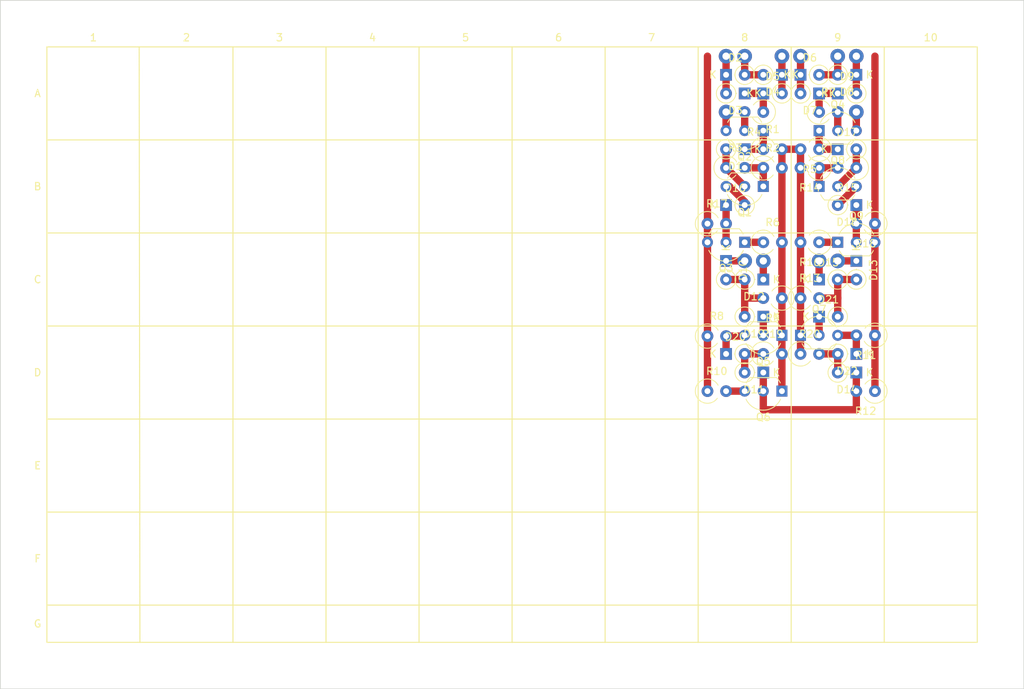
<source format=kicad_pcb>
(kicad_pcb (version 20211014) (generator pcbnew)
  (layers (0 "F.Cu" signal) (31 "B.Cu" signal) (34 "B.Paste" user) (35 "F.Paste" user) (36 "B.SilkS" user "B.Silkscreen") (37 "F.SilkS" user "F.Silkscreen") (38 "B.Mask" user) (39 "F.Mask" user) (44 "Edge.Cuts" user))
  (net 0 "")
  (net 1 "A")
  (net 2 "Net-(D2-Pad2)")
  (net 3 "Net-(D3-Pad1)")
  (net 4 "B")
  (net 5 "Net-(Q1-Pad1)")
  (net 6 "Net-(D6-Pad2)")
  (net 7 "Net-(D7-Pad1)")
  (net 8 "C")
  (net 9 "Net-(D10-Pad2)")
  (net 10 "Net-(D11-Pad1)")
  (net 11 "Net-(D11-Pad2)")
  (net 12 "Net-(D13-Pad2)")
  (net 13 "Net-(D14-Pad2)")
  (net 14 "Net-(D1-Pad1)")
  (net 15 "GND")
  (net 16 "Net-(Q2-Pad2)")
  (net 17 "S")
  (net 18 "Net-(D1-Pad2)")
  (net 19 "Net-(Q4-Pad2)")
  (net 20 "+5V")
  (net 21 "Carry")
  (net 22 "Net-(D13-Pad1)")
  (net 23 "Net-(D16-Pad1)")
  (net 24 "Net-(D16-Pad2)")
  (net 25 "Net-(D17-Pad1)")
  (net 26 "Net-(D17-Pad2)")
  (net 27 "Net-(D18-Pad1)")
  (net 28 "Net-(D18-Pad2)")
  (net 29 "Net-(Q8-Pad1)")
  (net 30 "Net-(Q5-Pad2)")
  (net 31 "Net-(Q5-Pad3)")
  (net 32 "Net-(Q7-Pad2)")
  (net 33 "Net-(Q7-Pad3)")
  (footprint "Package_TO_SOT_THT:TO-92_Inline_Wide" (layer "F.Cu") (at 116.84 22.86)
    (fp_text reference "Q4" (at 2.54 -3.56) (layer "F.SilkS"))
    (fp_text value "Q_NPN_CBE")
    (fp_line (start 0.74 1.85) (end 4.34 1.85) (layer "F.SilkS") (width 0.12))
    (fp_arc (start 0.74 1.85) (mid 0.446097 1.509328) (end 0.215816 1.122795) (layer "F.SilkS") (width 0.12))
    (fp_arc (start 4.864184 1.122795) (mid 4.633903 1.509328) (end 4.34 1.85) (layer "F.SilkS") (width 0.12))
    (fp_arc (start 0.1836 -1.098807) (mid 1.143021 -2.192817) (end 2.54 -2.6) (layer "F.SilkS") (width 0.12))
    (fp_arc (start 2.54 -2.6) (mid 3.936979 -2.192818) (end 4.8964 -1.098807) (layer "F.SilkS") (width 0.12))
    (pad "1" thru_hole rect (at 0 0) (size 1.5 1.5) (drill 0.8) (layers *.Cu *.Mask) (net 25 "Net-(D17-Pad1)"))
    (pad "2" thru_hole circle (at 2.54 0) (size 1.5 1.5) (drill 0.8) (layers *.Cu *.Mask) (net 19 "Net-(Q4-Pad2)"))
    (pad "3" thru_hole circle (at 5.08 0) (size 1.5 1.5) (drill 0.8) (layers *.Cu *.Mask) (net 6 "Net-(D6-Pad2)"))
  )
  (footprint "Resistor_THT:R_Axial_DIN0309_L9.0mm_D3.2mm_P2.54mm_Vertical" (layer "F.Cu") (at 121.92 27.94 180)
    (fp_text reference "R15" (at 1.27 -2.72) (layer "F.SilkS"))
    (fp_text value "10k")
    (fp_arc (start 1.344775 0.97138) (mid -1.655812 -0.101418) (end 1.453272 -0.8) (layer "F.SilkS") (width 0.12))
    (pad "1" thru_hole circle (at 0 0 180) (size 1.6 1.6) (drill 0.8) (layers *.Cu *.Mask) (net 26 "Net-(D17-Pad2)"))
    (pad "2" thru_hole oval (at 2.54 0 180) (size 1.6 1.6) (drill 0.8) (layers *.Cu *.Mask) (net 29 "Net-(Q8-Pad1)"))
  )
  (footprint "Resistor_THT:R_Axial_DIN0309_L9.0mm_D3.2mm_P2.54mm_Vertical" (layer "F.Cu") (at 101.6 50.908629)
    (fp_text reference "R8" (at 1.27 -2.72) (layer "F.SilkS"))
    (fp_text value "10k")
    (fp_arc (start 1.344775 0.97138) (mid -1.655812 -0.101418) (end 1.453272 -0.8) (layer "F.SilkS") (width 0.12))
    (pad "1" thru_hole circle (at 0 0) (size 1.6 1.6) (drill 0.8) (layers *.Cu *.Mask) (net 15 "GND"))
    (pad "2" thru_hole oval (at 2.54 0) (size 1.6 1.6) (drill 0.8) (layers *.Cu *.Mask) (net 31 "Net-(Q5-Pad3)"))
  )
  (footprint "Diode_THT:D_DO-35_SOD27_P2.54mm_Vertical_KathodeUp" (layer "F.Cu") (at 119.38 25.4)
    (fp_text reference "D17" (at 1.27 -2.326371) (layer "F.SilkS"))
    (fp_text value "D")
    (fp_text user "K" (at -1.8 0) (layer "F.SilkS"))
    (fp_line (start 1.213629 0) (end 1.1 0) (layer "F.SilkS") (width 0.12))
    (fp_circle (center 2.54 0) (end 3.866371 0) (layer "F.SilkS") (width 0.12) (fill none))
    (pad "1" thru_hole rect (at 0 0) (size 1.6 1.6) (drill 0.8) (layers *.Cu *.Mask) (net 25 "Net-(D17-Pad1)"))
    (pad "2" thru_hole oval (at 2.54 0) (size 1.6 1.6) (drill 0.8) (layers *.Cu *.Mask) (net 26 "Net-(D17-Pad2)"))
  )
  (footprint "Diode_THT:D_DO-35_SOD27_P2.54mm_Vertical_KathodeUp" (layer "F.Cu") (at 119.38 17.78)
    (fp_text reference "D9" (at 1.27 -2.326371) (layer "F.SilkS"))
    (fp_text value "D")
    (fp_text user "K" (at -1.8 0) (layer "F.SilkS"))
    (fp_line (start 1.213629 0) (end 1.1 0) (layer "F.SilkS") (width 0.12))
    (fp_circle (center 2.54 0) (end 3.866371 0) (layer "F.SilkS") (width 0.12) (fill none))
    (pad "1" thru_hole rect (at 0 0) (size 1.6 1.6) (drill 0.8) (layers *.Cu *.Mask) (net 7 "Net-(D7-Pad1)"))
    (pad "2" thru_hole oval (at 2.54 0) (size 1.6 1.6) (drill 0.8) (layers *.Cu *.Mask) (net 8 "C"))
  )
  (footprint "Diode_THT:D_DO-35_SOD27_P2.54mm_Vertical_KathodeUp" (layer "F.Cu") (at 116.84 48.26)
    (fp_text reference "D21" (at 1.27 -2.326371) (layer "F.SilkS"))
    (fp_text value "D")
    (fp_text user "K" (at -1.8 0) (layer "F.SilkS"))
    (fp_line (start 1.213629 0) (end 1.1 0) (layer "F.SilkS") (width 0.12))
    (fp_circle (center 2.54 0) (end 3.866371 0) (layer "F.SilkS") (width 0.12) (fill none))
    (pad "1" thru_hole rect (at 0 0) (size 1.6 1.6) (drill 0.8) (layers *.Cu *.Mask) (net 32 "Net-(Q7-Pad2)"))
    (pad "2" thru_hole oval (at 2.54 0) (size 1.6 1.6) (drill 0.8) (layers *.Cu *.Mask) (net 12 "Net-(D13-Pad2)"))
  )
  (footprint "Resistor_THT:R_Axial_DIN0309_L9.0mm_D3.2mm_P2.54mm_Vertical" (layer "F.Cu") (at 101.6 58.42)
    (fp_text reference "R10" (at 1.27 -2.72) (layer "F.SilkS"))
    (fp_text value "10k")
    (fp_arc (start 1.344775 0.97138) (mid -1.655812 -0.101418) (end 1.453272 -0.8) (layer "F.SilkS") (width 0.12))
    (pad "1" thru_hole circle (at 0 0) (size 1.6 1.6) (drill 0.8) (layers *.Cu *.Mask) (net 15 "GND"))
    (pad "2" thru_hole oval (at 2.54 0) (size 1.6 1.6) (drill 0.8) (layers *.Cu *.Mask) (net 21 "Carry"))
  )
  (footprint "Resistor_THT:R_Axial_DIN0309_L9.0mm_D3.2mm_P2.54mm_Vertical" (layer "F.Cu") (at 109.22 27.94)
    (fp_text reference "R2" (at 1.27 -2.72) (layer "F.SilkS"))
    (fp_text value "1k")
    (fp_arc (start 1.344775 0.97138) (mid -1.655812 -0.101418) (end 1.453272 -0.8) (layer "F.SilkS") (width 0.12))
    (pad "1" thru_hole circle (at 0 0) (size 1.6 1.6) (drill 0.8) (layers *.Cu *.Mask) (net 5 "Net-(Q1-Pad1)"))
    (pad "2" thru_hole oval (at 2.54 0) (size 1.6 1.6) (drill 0.8) (layers *.Cu *.Mask) (net 20 "+5V"))
  )
  (footprint "Resistor_THT:R_Axial_DIN0309_L9.0mm_D3.2mm_P2.54mm_Vertical" (layer "F.Cu") (at 104.14 27.94)
    (fp_text reference "R3" (at 1.27 -2.72) (layer "F.SilkS"))
    (fp_text value "10k")
    (fp_arc (start 1.344775 0.97138) (mid -1.655812 -0.101418) (end 1.453272 -0.8) (layer "F.SilkS") (width 0.12))
    (pad "1" thru_hole circle (at 0 0) (size 1.6 1.6) (drill 0.8) (layers *.Cu *.Mask) (net 18 "Net-(D1-Pad2)"))
    (pad "2" thru_hole oval (at 2.54 0) (size 1.6 1.6) (drill 0.8) (layers *.Cu *.Mask) (net 5 "Net-(Q1-Pad1)"))
  )
  (footprint "Diode_THT:D_DO-35_SOD27_P2.54mm_Vertical_KathodeUp" (layer "F.Cu") (at 114.3 15.24)
    (fp_text reference "D6" (at 1.27 -2.326371) (layer "F.SilkS"))
    (fp_text value "D")
    (fp_text user "K" (at -1.8 0) (layer "F.SilkS"))
    (fp_line (start 1.213629 0) (end 1.1 0) (layer "F.SilkS") (width 0.12))
    (fp_circle (center 2.54 0) (end 3.866371 0) (layer "F.SilkS") (width 0.12) (fill none))
    (pad "1" thru_hole rect (at 0 0) (size 1.6 1.6) (drill 0.8) (layers *.Cu *.Mask) (net 22 "Net-(D13-Pad1)"))
    (pad "2" thru_hole oval (at 2.54 0) (size 1.6 1.6) (drill 0.8) (layers *.Cu *.Mask) (net 6 "Net-(D6-Pad2)"))
  )
  (footprint "Package_TO_SOT_THT:TO-92_Inline_Wide" (layer "F.Cu") (at 106.68 38.1 180)
    (fp_text reference "Q3" (at 2.54 -3.56) (layer "F.SilkS"))
    (fp_text value "Q_NPN_CBE")
    (fp_line (start 0.74 1.85) (end 4.34 1.85) (layer "F.SilkS") (width 0.12))
    (fp_arc (start 4.864184 1.122795) (mid 4.633903 1.509328) (end 4.34 1.85) (layer "F.SilkS") (width 0.12))
    (fp_arc (start 0.74 1.85) (mid 0.446097 1.509328) (end 0.215816 1.122795) (layer "F.SilkS") (width 0.12))
    (fp_arc (start 0.1836 -1.098807) (mid 1.143021 -2.192817) (end 2.54 -2.6) (layer "F.SilkS") (width 0.12))
    (fp_arc (start 2.54 -2.6) (mid 3.936979 -2.192818) (end 4.8964 -1.098807) (layer "F.SilkS") (width 0.12))
    (pad "1" thru_hole rect (at 0 0 180) (size 1.5 1.5) (drill 0.8) (layers *.Cu *.Mask) (net 22 "Net-(D13-Pad1)"))
    (pad "2" thru_hole circle (at 2.54 0 180) (size 1.5 1.5) (drill 0.8) (layers *.Cu *.Mask) (net 23 "Net-(D16-Pad1)"))
    (pad "3" thru_hole circle (at 5.08 0 180) (size 1.5 1.5) (drill 0.8) (layers *.Cu *.Mask) (net 15 "GND"))
  )
  (footprint "Diode_THT:D_DO-35_SOD27_P2.54mm_Vertical_KathodeUp" (layer "F.Cu") (at 109.22 48.26 180)
    (fp_text reference "D19" (at 1.27 -2.326371) (layer "F.SilkS"))
    (fp_text value "D")
    (fp_text user "K" (at -1.8 0) (layer "F.SilkS"))
    (fp_line (start 1.213629 0) (end 1.1 0) (layer "F.SilkS") (width 0.12))
    (fp_circle (center 2.54 0) (end 3.866371 0) (layer "F.SilkS") (width 0.12) (fill none))
    (pad "1" thru_hole rect (at 0 0 180) (size 1.6 1.6) (drill 0.8) (layers *.Cu *.Mask) (net 30 "Net-(Q5-Pad2)"))
    (pad "2" thru_hole oval (at 2.54 0 180) (size 1.6 1.6) (drill 0.8) (layers *.Cu *.Mask) (net 9 "Net-(D10-Pad2)"))
  )
  (footprint "Diode_THT:D_DO-35_SOD27_P2.54mm_Vertical_KathodeUp" (layer "F.Cu") (at 109.22 55.88 180)
    (fp_text reference "D11" (at 1.27 -2.326371) (layer "F.SilkS"))
    (fp_text value "D")
    (fp_text user "K" (at -1.8 0) (layer "F.SilkS"))
    (fp_line (start 1.213629 0) (end 1.1 0) (layer "F.SilkS") (width 0.12))
    (fp_circle (center 2.54 0) (end 3.866371 0) (layer "F.SilkS") (width 0.12) (fill none))
    (pad "1" thru_hole rect (at 0 0 180) (size 1.6 1.6) (drill 0.8) (layers *.Cu *.Mask) (net 10 "Net-(D11-Pad1)"))
    (pad "2" thru_hole oval (at 2.54 0 180) (size 1.6 1.6) (drill 0.8) (layers *.Cu *.Mask) (net 11 "Net-(D11-Pad2)"))
  )
  (footprint "Resistor_THT:R_Axial_DIN0309_L9.0mm_D3.2mm_P2.54mm_Vertical" (layer "F.Cu") (at 109.22 25.4)
    (fp_text reference "R1" (at 1.27 -2.72) (layer "F.SilkS"))
    (fp_text value "220k")
    (fp_arc (start 1.344775 0.97138) (mid -1.655812 -0.101418) (end 1.453272 -0.8) (layer "F.SilkS") (width 0.12))
    (pad "1" thru_hole circle (at 0 0) (size 1.6 1.6) (drill 0.8) (layers *.Cu *.Mask) (net 14 "Net-(D1-Pad1)"))
    (pad "2" thru_hole oval (at 2.54 0) (size 1.6 1.6) (drill 0.8) (layers *.Cu *.Mask) (net 20 "+5V"))
  )
  (footprint "Diode_THT:D_DO-35_SOD27_P2.54mm_Vertical_KathodeUp" (layer "F.Cu") (at 121.92 40.64 -90)
    (fp_text reference "D13" (at 1.27 -2.326371 90) (layer "F.SilkS"))
    (fp_text value "D")
    (fp_text user "K" (at -1.8 0 90) (layer "F.SilkS"))
    (fp_line (start 1.213629 0) (end 1.1 0) (layer "F.SilkS") (width 0.12))
    (fp_circle (center 2.54 0) (end 3.866371 0) (layer "F.SilkS") (width 0.12) (fill none))
    (pad "1" thru_hole rect (at 0 0 270) (size 1.6 1.6) (drill 0.8) (layers *.Cu *.Mask) (net 22 "Net-(D13-Pad1)"))
    (pad "2" thru_hole oval (at 2.54 0 270) (size 1.6 1.6) (drill 0.8) (layers *.Cu *.Mask) (net 12 "Net-(D13-Pad2)"))
  )
  (footprint "Diode_THT:D_DO-35_SOD27_P2.54mm_Vertical_KathodeUp" (layer "F.Cu") (at 109.22 17.78)
    (fp_text reference "D5" (at 1.27 -2.326371) (layer "F.SilkS"))
    (fp_text value "D")
    (fp_text user "K" (at -1.8 0) (layer "F.SilkS"))
    (fp_line (start 1.213629 0) (end 1.1 0) (layer "F.SilkS") (width 0.12))
    (fp_circle (center 2.54 0) (end 3.866371 0) (layer "F.SilkS") (width 0.12) (fill none))
    (pad "1" thru_hole rect (at 0 0) (size 1.6 1.6) (drill 0.8) (layers *.Cu *.Mask) (net 3 "Net-(D3-Pad1)"))
    (pad "2" thru_hole oval (at 2.54 0) (size 1.6 1.6) (drill 0.8) (layers *.Cu *.Mask) (net 4 "B"))
  )
  (footprint "Package_TO_SOT_THT:TO-92_Inline_Wide" (layer "F.Cu") (at 116.84 30.48)
    (fp_text reference "Q8" (at 2.54 -3.56) (layer "F.SilkS"))
    (fp_text value "Q_NPN_CBE")
    (fp_line (start 0.74 1.85) (end 4.34 1.85) (layer "F.SilkS") (width 0.12))
    (fp_arc (start 4.864184 1.122795) (mid 4.633903 1.509328) (end 4.34 1.85) (layer "F.SilkS") (width 0.12))
    (fp_arc (start 0.74 1.85) (mid 0.446097 1.509328) (end 0.215816 1.122795) (layer "F.SilkS") (width 0.12))
    (fp_arc (start 2.54 -2.6) (mid 3.936979 -2.192818) (end 4.8964 -1.098807) (layer "F.SilkS") (width 0.12))
    (fp_arc (start 0.1836 -1.098807) (mid 1.143021 -2.192817) (end 2.54 -2.6) (layer "F.SilkS") (width 0.12))
    (pad "1" thru_hole rect (at 0 0) (size 1.5 1.5) (drill 0.8) (layers *.Cu *.Mask) (net 29 "Net-(Q8-Pad1)"))
    (pad "2" thru_hole circle (at 2.54 0) (size 1.5 1.5) (drill 0.8) (layers *.Cu *.Mask) (net 26 "Net-(D17-Pad2)"))
    (pad "3" thru_hole circle (at 5.08 0) (size 1.5 1.5) (drill 0.8) (layers *.Cu *.Mask) (net 28 "Net-(D18-Pad2)"))
  )
  (footprint "Package_TO_SOT_THT:TO-92_Inline_Wide" (layer "F.Cu") (at 109.22 22.86 180)
    (fp_text reference "Q2" (at 2.54 -3.56) (layer "F.SilkS"))
    (fp_text value "Q_NPN_CBE")
    (fp_line (start 0.74 1.85) (end 4.34 1.85) (layer "F.SilkS") (width 0.12))
    (fp_arc (start 0.74 1.85) (mid 0.446097 1.509328) (end 0.215816 1.122795) (layer "F.SilkS") (width 0.12))
    (fp_arc (start 2.54 -2.6) (mid 3.936979 -2.192818) (end 4.8964 -1.098807) (layer "F.SilkS") (width 0.12))
    (fp_arc (start 0.1836 -1.098807) (mid 1.143021 -2.192817) (end 2.54 -2.6) (layer "F.SilkS") (width 0.12))
    (fp_arc (start 4.864184 1.122795) (mid 4.633903 1.509328) (end 4.34 1.85) (layer "F.SilkS") (width 0.12))
    (pad "1" thru_hole rect (at 0 0 180) (size 1.5 1.5) (drill 0.8) (layers *.Cu *.Mask) (net 14 "Net-(D1-Pad1)"))
    (pad "2" thru_hole circle (at 2.54 0 180) (size 1.5 1.5) (drill 0.8) (layers *.Cu *.Mask) (net 16 "Net-(Q2-Pad2)"))
    (pad "3" thru_hole circle (at 5.08 0 180) (size 1.5 1.5) (drill 0.8) (layers *.Cu *.Mask) (net 2 "Net-(D2-Pad2)"))
  )
  (footprint "Package_TO_SOT_THT:TO-92_Inline_Wide" (layer "F.Cu") (at 109.22 30.48 180)
    (fp_text reference "Q1" (at 2.54 -3.56) (layer "F.SilkS"))
    (fp_text value "Q_NPN_CBE")
    (fp_line (start 0.74 1.85) (end 4.34 1.85) (layer "F.SilkS") (width 0.12))
    (fp_arc (start 0.74 1.85) (mid 0.446097 1.509328) (end 0.215816 1.122795) (layer "F.SilkS") (width 0.12))
    (fp_arc (start 2.54 -2.6) (mid 3.936979 -2.192818) (end 4.8964 -1.098807) (layer "F.SilkS") (width 0.12))
    (fp_arc (start 0.1836 -1.098807) (mid 1.143021 -2.192817) (end 2.54 -2.6) (layer "F.SilkS") (width 0.12))
    (fp_arc (start 4.864184 1.122795) (mid 4.633903 1.509328) (end 4.34 1.85) (layer "F.SilkS") (width 0.12))
    (pad "1" thru_hole rect (at 0 0 180) (size 1.5 1.5) (drill 0.8) (layers *.Cu *.Mask) (net 5 "Net-(Q1-Pad1)"))
    (pad "2" thru_hole circle (at 2.54 0 180) (size 1.5 1.5) (drill 0.8) (layers *.Cu *.Mask) (net 18 "Net-(D1-Pad2)"))
    (pad "3" thru_hole circle (at 5.08 0 180) (size 1.5 1.5) (drill 0.8) (layers *.Cu *.Mask) (net 24 "Net-(D16-Pad2)"))
  )
  (footprint "Resistor_THT:R_Axial_DIN0309_L9.0mm_D3.2mm_P2.54mm_Vertical" (layer "F.Cu") (at 116.84 38.1 180)
    (fp_text reference "R16" (at 1.27 -2.72) (layer "F.SilkS"))
    (fp_text value "1k")
    (fp_arc (start 1.344775 0.97138) (mid -1.655812 -0.101418) (end 1.453272 -0.8) (layer "F.SilkS") (width 0.12))
    (pad "1" thru_hole circle (at 0 0 180) (size 1.6 1.6) (drill 0.8) (layers *.Cu *.Mask) (net 17 "S"))
    (pad "2" thru_hole oval (at 2.54 0 180) (size 1.6 1.6) (drill 0.8) (layers *.Cu *.Mask) (net 20 "+5V"))
  )
  (footprint "Diode_THT:D_DO-35_SOD27_P2.54mm_Vertical_KathodeUp" (layer "F.Cu") (at 121.92 53.34 180)
    (fp_text reference "D22" (at 1.27 -2.326371) (layer "F.SilkS"))
    (fp_text value "D")
    (fp_text user "K" (at -1.8 0) (layer "F.SilkS"))
    (fp_line (start 1.213629 0) (end 1.1 0) (layer "F.SilkS") (width 0.12))
    (fp_circle (center 2.54 0) (end 3.866371 0) (layer "F.SilkS") (width 0.12) (fill none))
    (pad "1" thru_hole rect (at 0 0 180) (size 1.6 1.6) (drill 0.8) (layers *.Cu *.Mask) (net 33 "Net-(Q7-Pad3)"))
    (pad "2" thru_hole oval (at 2.54 0 180) (size 1.6 1.6) (drill 0.8) (layers *.Cu *.Mask) (net 13 "Net-(D14-Pad2)"))
  )
  (footprint "Resistor_THT:R_Axial_DIN0309_L9.0mm_D3.2mm_P2.54mm_Vertical" (layer "F.Cu") (at 101.6 35.56)
    (fp_text reference "R17" (at 1.27 -2.72) (layer "F.SilkS"))
    (fp_text value "10k")
    (fp_arc (start 1.344775 0.97138) (mid -1.655812 -0.101418) (end 1.453272 -0.8) (layer "F.SilkS") (width 0.12))
    (pad "1" thru_hole circle (at 0 0) (size 1.6 1.6) (drill 0.8) (layers *.Cu *.Mask) (net 15 "GND"))
    (pad "2" thru_hole oval (at 2.54 0) (size 1.6 1.6) (drill 0.8) (layers *.Cu *.Mask) (net 23 "Net-(D16-Pad1)"))
  )
  (footprint "Diode_THT:D_DO-35_SOD27_P2.54mm_Vertical_KathodeUp" (layer "F.Cu") (at 106.68 17.78 180)
    (fp_text reference "D3" (at 1.27 -2.326371) (layer "F.SilkS"))
    (fp_text value "D")
    (fp_text user "K" (at -1.8 0) (layer "F.SilkS"))
    (fp_line (start 1.213629 0) (end 1.1 0) (layer "F.SilkS") (width 0.12))
    (fp_circle (center 2.54 0) (end 3.866371 0) (layer "F.SilkS") (width 0.12) (fill none))
    (pad "1" thru_hole rect (at 0 0 180) (size 1.6 1.6) (drill 0.8) (layers *.Cu *.Mask) (net 3 "Net-(D3-Pad1)"))
    (pad "2" thru_hole oval (at 2.54 0 180) (size 1.6 1.6) (drill 0.8) (layers *.Cu *.Mask) (net 1 "A"))
  )
  (footprint "Resistor_THT:R_Axial_DIN0309_L9.0mm_D3.2mm_P2.54mm_Vertical" (layer "F.Cu") (at 124.46 50.8 180)
    (fp_text reference "R11" (at 1.27 -2.72) (layer "F.SilkS"))
    (fp_text value "10k")
    (fp_arc (start 1.344775 0.97138) (mid -1.655812 -0.101418) (end 1.453272 -0.8) (layer "F.SilkS") (width 0.12))
    (pad "1" thru_hole circle (at 0 0 180) (size 1.6 1.6) (drill 0.8) (layers *.Cu *.Mask) (net 15 "GND"))
    (pad "2" thru_hole oval (at 2.54 0 180) (size 1.6 1.6) (drill 0.8) (layers *.Cu *.Mask) (net 33 "Net-(Q7-Pad3)"))
  )
  (footprint "Diode_THT:D_DO-35_SOD27_P2.54mm_Vertical_KathodeUp" (layer "F.Cu") (at 121.92 55.88 180)
    (fp_text reference "D14" (at 1.27 -2.326371) (layer "F.SilkS"))
    (fp_text value "D")
    (fp_text user "K" (at -1.8 0) (layer "F.SilkS"))
    (fp_line (start 1.213629 0) (end 1.1 0) (layer "F.SilkS") (width 0.12))
    (fp_circle (center 2.54 0) (end 3.866371 0) (layer "F.SilkS") (width 0.12) (fill none))
    (pad "1" thru_hole rect (at 0 0 180) (size 1.6 1.6) (drill 0.8) (layers *.Cu *.Mask) (net 10 "Net-(D11-Pad1)"))
    (pad "2" thru_hole oval (at 2.54 0 180) (size 1.6 1.6) (drill 0.8) (layers *.Cu *.Mask) (net 13 "Net-(D14-Pad2)"))
  )
  (footprint "Package_TO_SOT_THT:TO-92_Inline_Wide" (layer "F.Cu") (at 111.76 50.8 180)
    (fp_text reference "Q5" (at 2.54 -3.56) (layer "F.SilkS"))
    (fp_text value "Q_NPN_CBE")
    (fp_line (start 0.74 1.85) (end 4.34 1.85) (layer "F.SilkS") (width 0.12))
    (fp_arc (start 4.864184 1.122795) (mid 4.633903 1.509328) (end 4.34 1.85) (layer "F.SilkS") (width 0.12))
    (fp_arc (start 0.74 1.85) (mid 0.446097 1.509328) (end 0.215816 1.122795) (layer "F.SilkS") (width 0.12))
    (fp_arc (start 2.54 -2.6) (mid 3.936979 -2.192818) (end 4.8964 -1.098807) (layer "F.SilkS") (width 0.12))
    (fp_arc (start 0.1836 -1.098807) (mid 1.143021 -2.192817) (end 2.54 -2.6) (layer "F.SilkS") (width 0.12))
    (pad "1" thru_hole rect (at 0 0 180) (size 1.5 1.5) (drill 0.8) (layers *.Cu *.Mask) (net 20 "+5V"))
    (pad "2" thru_hole circle (at 2.54 0 180) (size 1.5 1.5) (drill 0.8) (layers *.Cu *.Mask) (net 30 "Net-(Q5-Pad2)"))
    (pad "3" thru_hole circle (at 5.08 0 180) (size 1.5 1.5) (drill 0.8) (layers *.Cu *.Mask) (net 31 "Net-(Q5-Pad3)"))
  )
  (footprint "Package_TO_SOT_THT:TO-92_Inline_Wide" (layer "F.Cu") (at 111.76 58.42 180)
    (fp_text reference "Q6" (at 2.54 -3.56) (layer "F.SilkS"))
    (fp_text value "Q_NPN_CBE")
    (fp_line (start 0.74 1.85) (end 4.34 1.85) (layer "F.SilkS") (width 0.12))
    (fp_arc (start 4.864184 1.122795) (mid 4.633903 1.509328) (end 4.34 1.85) (layer "F.SilkS") (width 0.12))
    (fp_arc (start 0.1836 -1.098807) (mid 1.143021 -2.192817) (end 2.54 -2.6) (layer "F.SilkS") (width 0.12))
    (fp_arc (start 0.74 1.85) (mid 0.446097 1.509328) (end 0.215816 1.122795) (layer "F.SilkS") (width 0.12))
    (fp_arc (start 2.54 -2.6) (mid 3.936979 -2.192818) (end 4.8964 -1.098807) (layer "F.SilkS") (width 0.12))
    (pad "1" thru_hole rect (at 0 0 180) (size 1.5 1.5) (drill 0.8) (layers *.Cu *.Mask) (net 20 "+5V"))
    (pad "2" thru_hole circle (at 2.54 0 180) (size 1.5 1.5) (drill 0.8) (layers *.Cu *.Mask) (net 10 "Net-(D11-Pad1)"))
    (pad "3" thru_hole circle (at 5.08 0 180) (size 1.5 1.5) (drill 0.8) (layers *.Cu *.Mask) (net 21 "Carry"))
  )
  (footprint "Diode_THT:D_DO-35_SOD27_P2.54mm_Vertical_KathodeUp" (layer "F.Cu") (at 104.14 15.24)
    (fp_text reference "D2" (at 1.27 -2.326371) (layer "F.SilkS"))
    (fp_text value "D")
    (fp_text user "K" (at -1.8 0) (layer "F.SilkS"))
    (fp_line (start 1.213629 0) (end 1.1 0) (layer "F.SilkS") (width 0.12))
    (fp_circle (center 2.54 0) (end 3.866371 0) (layer "F.SilkS") (width 0.12) (fill none))
    (pad "1" thru_hole rect (at 0 0) (size 1.6 1.6) (drill 0.8) (layers *.Cu *.Mask) (net 1 "A"))
    (pad "2" thru_hole oval (at 2.54 0) (size 1.6 1.6) (drill 0.8) (layers *.Cu *.Mask) (net 2 "Net-(D2-Pad2)"))
  )
  (footprint "Diode_THT:D_DO-35_SOD27_P2.54mm_Vertical_KathodeUp" (layer "F.Cu") (at 116.84 17.78 180)
    (fp_text reference "D7" (at 1.27 -2.326371) (layer "F.SilkS"))
    (fp_text value "D")
    (fp_text user "K" (at -1.8 0) (layer "F.SilkS"))
    (fp_line (start 1.213629 0) (end 1.1 0) (layer "F.SilkS") (width 0.12))
    (fp_circle (center 2.54 0) (end 3.866371 0) (layer "F.SilkS") (width 0.12) (fill none))
    (pad "1" thru_hole rect (at 0 0 180) (size 1.6 1.6) (drill 0.8) (layers *.Cu *.Mask) (net 7 "Net-(D7-Pad1)"))
    (pad "2" thru_hole oval (at 2.54 0 180) (size 1.6 1.6) (drill 0.8) (layers *.Cu *.Mask) (net 22 "Net-(D13-Pad1)"))
  )
  (footprint "Resistor_THT:R_Axial_DIN0309_L9.0mm_D3.2mm_P2.54mm_Vertical" (layer "F.Cu") (at 116.84 25.4 180)
    (fp_text reference "R5" (at 1.27 -2.72) (layer "F.SilkS"))
    (fp_text value "220k")
    (fp_arc (start 1.344775 0.97138) (mid -1.655812 -0.101418) (end 1.453272 -0.8) (layer "F.SilkS") (width 0.12))
    (pad "1" thru_hole circle (at 0 0 180) (size 1.6 1.6) (drill 0.8) (layers *.Cu *.Mask) (net 25 "Net-(D17-Pad1)"))
    (pad "2" thru_hole oval (at 2.54 0 180) (size 1.6 1.6) (drill 0.8) (layers *.Cu *.Mask) (net 20 "+5V"))
  )
  (footprint "Resistor_THT:R_Axial_DIN0309_L9.0mm_D3.2mm_P2.54mm_Vertical" (layer "F.Cu") (at 124.46 58.42 180)
    (fp_text reference "R12" (at 1.27 -2.72) (layer "F.SilkS"))
    (fp_text value "220k")
    (fp_arc (start 1.344775 0.97138) (mid -1.655812 -0.101418) (end 1.453272 -0.8) (layer "F.SilkS") (width 0.12))
    (pad "1" thru_hole circle (at 0 0 180) (size 1.6 1.6) (drill 0.8) (layers *.Cu *.Mask) (net 15 "GND"))
    (pad "2" thru_hole oval (at 2.54 0 180) (size 1.6 1.6) (drill 0.8) (layers *.Cu *.Mask) (net 10 "Net-(D11-Pad1)"))
  )
  (footprint "Package_TO_SOT_THT:TO-92_Inline_Wide" (layer "F.Cu") (at 119.38 38.1)
    (fp_text reference "Q9" (at 2.54 -3.56) (layer "F.SilkS"))
    (fp_text value "Q_NPN_CBE")
    (fp_line (start 0.74 1.85) (end 4.34 1.85) (layer "F.SilkS") (width 0.12))
    (fp_arc (start 2.54 -2.6) (mid 3.936979 -2.192818) (end 4.8964 -1.098807) (layer "F.SilkS") (width 0.12))
    (fp_arc (start 0.1836 -1.098807) (mid 1.143021 -2.192817) (end 2.54 -2.6) (layer "F.SilkS") (width 0.12))
    (fp_arc (start 4.864184 1.122795) (mid 4.633903 1.509328) (end 4.34 1.85) (layer "F.SilkS") (width 0.12))
    (fp_arc (start 0.74 1.85) (mid 0.446097 1.509328) (end 0.215816 1.122795) (layer "F.SilkS") (width 0.12))
    (pad "1" thru_hole rect (at 0 0) (size 1.5 1.5) (drill 0.8) (layers *.Cu *.Mask) (net 17 "S"))
    (pad "2" thru_hole circle (at 2.54 0) (size 1.5 1.5) (drill 0.8) (layers *.Cu *.Mask) (net 27 "Net-(D18-Pad1)"))
    (pad "3" thru_hole circle (at 5.08 0) (size 1.5 1.5) (drill 0.8) (layers *.Cu *.Mask) (net 15 "GND"))
  )
  (footprint "Resistor_THT:R_Axial_DIN0309_L9.0mm_D3.2mm_P2.54mm_Vertical" (layer "F.Cu") (at 114.3 53.34)
    (fp_text reference "R20" (at 1.27 -2.72) (layer "F.SilkS"))
    (fp_text value "10k")
    (fp_arc (start 1.344775 0.97138) (mid -1.655812 -0.101418) (end 1.453272 -0.8) (layer "F.SilkS") (width 0.12))
    (pad "1" thru_hole circle (at 0 0) (size 1.6 1.6) (drill 0.8) (layers *.Cu *.Mask) (net 20 "+5V"))
    (pad "2" thru_hole oval (at 2.54 0) (size 1.6 1.6) (drill 0.8) (layers *.Cu *.Mask) (net 13 "Net-(D14-Pad2)"))
  )
  (footprint "Diode_THT:D_DO-35_SOD27_P2.54mm_Vertical_KathodeUp" (layer "F.Cu") (at 106.68 25.4 180)
    (fp_text reference "D1" (at 1.27 -2.326371) (layer "F.SilkS"))
    (fp_text value "D")
    (fp_text user "K" (at -1.8 0) (layer "F.SilkS"))
    (fp_line (start 1.213629 0) (end 1.1 0) (layer "F.SilkS") (width 0.12))
    (fp_circle (center 2.54 0) (end 3.866371 0) (layer "F.SilkS") (width 0.12) (fill none))
    (pad "1" thru_hole rect (at 0 0 180) (size 1.6 1.6) (drill 0.8) (layers *.Cu *.Mask) (net 14 "Net-(D1-Pad1)"))
    (pad "2" thru_hole oval (at 2.54 0 180) (size 1.6 1.6) (drill 0.8) (layers *.Cu *.Mask) (net 18 "Net-(D1-Pad2)"))
  )
  (footprint "Resistor_THT:R_Axial_DIN0309_L9.0mm_D3.2mm_P2.54mm_Vertical" (layer "F.Cu") (at 114.3 45.72)
    (fp_text reference "R13" (at 1.27 -2.72) (layer "F.SilkS"))
    (fp_text value "220k")
    (fp_arc (start 1.344775 0.97138) (mid -1.655812 -0.101418) (end 1.453272 -0.8) (layer "F.SilkS") (width 0.12))
    (pad "1" thru_hole circle (at 0 0) (size 1.6 1.6) (drill 0.8) (layers *.Cu *.Mask) (net 20 "+5V"))
    (pad "2" thru_hole oval (at 2.54 0) (size 1.6 1.6) (drill 0.8) (layers *.Cu *.Mask) (net 12 "Net-(D13-Pad2)"))
  )
  (footprint "Diode_THT:D_DO-35_SOD27_P2.54mm_Vertical_KathodeUp" (layer "F.Cu") (at 104.14 53.34)
    (fp_text reference "D20" (at 1.27 -2.326371) (layer "F.SilkS"))
    (fp_text value "D")
    (fp_text user "K" (at -1.8 0) (layer "F.SilkS"))
    (fp_line (start 1.213629 0) (end 1.1 0) (layer "F.SilkS") (width 0.12))
    (fp_circle (center 2.54 0) (end 3.866371 0) (layer "F.SilkS") (width 0.12) (fill none))
    (pad "1" thru_hole rect (at 0 0) (size 1.6 1.6) (drill 0.8) (layers *.Cu *.Mask) (net 31 "Net-(Q5-Pad3)"))
    (pad "2" thru_hole oval (at 2.54 0) (size 1.6 1.6) (drill 0.8) (layers *.Cu *.Mask) (net 11 "Net-(D11-Pad2)"))
  )
  (footprint "Diode_THT:D_DO-35_SOD27_P2.54mm_Vertical_KathodeUp" (layer "F.Cu") (at 111.76 15.24 180)
    (fp_text reference "D4" (at 1.27 -2.326371) (layer "F.SilkS"))
    (fp_text value "D")
    (fp_text user "K" (at -1.8 0) (layer "F.SilkS"))
    (fp_line (start 1.213629 0) (end 1.1 0) (layer "F.SilkS") (width 0.12))
    (fp_circle (center 2.54 0) (end 3.866371 0) (layer "F.SilkS") (width 0.12) (fill none))
    (pad "1" thru_hole rect (at 0 0 180) (size 1.6 1.6) (drill 0.8) (layers *.Cu *.Mask) (net 4 "B"))
    (pad "2" thru_hole oval (at 2.54 0 180) (size 1.6 1.6) (drill 0.8) (layers *.Cu *.Mask) (net 2 "Net-(D2-Pad2)"))
  )
  (footprint "Package_TO_SOT_THT:TO-92_Inline_Wide" (layer "F.Cu") (at 114.3 50.8)
    (fp_text reference "Q7" (at 2.54 -3.56) (layer "F.SilkS"))
    (fp_text value "Q_NPN_CBE")
    (fp_line (start 0.74 1.85) (end 4.34 1.85) (layer "F.SilkS") (width 0.12))
    (fp_arc (start 0.74 1.85) (mid 0.446097 1.509328) (end 0.215816 1.122795) (layer "F.SilkS") (width 0.12))
    (fp_arc (start 0.1836 -1.098807) (mid 1.143021 -2.192817) (end 2.54 -2.6) (layer "F.SilkS") (width 0.12))
    (fp_arc (start 4.864184 1.122795) (mid 4.633903 1.509328) (end 4.34 1.85) (layer "F.SilkS") (width 0.12))
    (fp_arc (start 2.54 -2.6) (mid 3.936979 -2.192818) (end 4.8964 -1.098807) (layer "F.SilkS") (width 0.12))
    (pad "1" thru_hole rect (at 0 0) (size 1.5 1.5) (drill 0.8) (layers *.Cu *.Mask) (net 20 "+5V"))
    (pad "2" thru_hole circle (at 2.54 0) (size 1.5 1.5) (drill 0.8) (layers *.Cu *.Mask) (net 32 "Net-(Q7-Pad2)"))
    (pad "3" thru_hole circle (at 5.08 0) (size 1.5 1.5) (drill 0.8) (layers *.Cu *.Mask) (net 33 "Net-(Q7-Pad3)"))
  )
  (footprint "Diode_THT:D_DO-35_SOD27_P2.54mm_Vertical_KathodeUp" (layer "F.Cu") (at 121.92 33.02 180)
    (fp_text reference "D18" (at 1.27 -2.326371) (layer "F.SilkS"))
    (fp_text value "D")
    (fp_text user "K" (at -1.8 0) (layer "F.SilkS"))
    (fp_line (start 1.213629 0) (end 1.1 0) (layer "F.SilkS") (width 0.12))
    (fp_circle (center 2.54 0) (end 3.866371 0) (layer "F.SilkS") (width 0.12) (fill none))
    (pad "1" thru_hole rect (at 0 0 180) (size 1.6 1.6) (drill 0.8) (layers *.Cu *.Mask) (net 27 "Net-(D18-Pad1)"))
    (pad "2" thru_hole oval (at 2.54 0 180) (size 1.6 1.6) (drill 0.8) (layers *.Cu *.Mask) (net 28 "Net-(D18-Pad2)"))
  )
  (footprint "Diode_THT:D_DO-35_SOD27_P2.54mm_Vertical_KathodeUp" (layer "F.Cu") (at 121.92 15.24 180)
    (fp_text reference "D8" (at 1.27 -2.326371) (layer "F.SilkS"))
    (fp_text value "D")
    (fp_text user "K" (at -1.8 0) (layer "F.SilkS"))
    (fp_line (start 1.213629 0) (end 1.1 0) (layer "F.SilkS") (width 0.12))
    (fp_circle (center 2.54 0) (end 3.866371 0) (layer "F.SilkS") (width 0.12) (fill none))
    (pad "1" thru_hole rect (at 0 0 180) (size 1.6 1.6) (drill 0.8) (layers *.Cu *.Mask) (net 8 "C"))
    (pad "2" thru_hole oval (at 2.54 0 180) (size 1.6 1.6) (drill 0.8) (layers *.Cu *.Mask) (net 6 "Net-(D6-Pad2)"))
  )
  (footprint "Resistor_THT:R_Axial_DIN0309_L9.0mm_D3.2mm_P2.54mm_Vertical" (layer "F.Cu") (at 109.22 20.32 180)
    (fp_text reference "R4" (at 1.27 -2.72) (layer "F.SilkS"))
    (fp_text value "10k")
    (fp_arc (start 1.344775 0.97138) (mid -1.655812 -0.101418) (end 1.453272 -0.8) (layer "F.SilkS") (width 0.12))
    (pad "1" thru_hole circle (at 0 0 180) (size 1.6 1.6) (drill 0.8) (layers *.Cu *.Mask) (net 3 "Net-(D3-Pad1)"))
    (pad "2" thru_hole oval (at 2.54 0 180) (size 1.6 1.6) (drill 0.8) (layers *.Cu *.Mask) (net 16 "Net-(Q2-Pad2)"))
  )
  (footprint "Resistor_THT:R_Axial_DIN0309_L9.0mm_D3.2mm_P2.54mm_Vertical" (layer "F.Cu") (at 124.46 35.56 180)
    (fp_text reference "R18" (at 1.27 -2.72) (layer "F.SilkS"))
    (fp_text value "10k")
    (fp_arc (start 1.344775 0.97138) (mid -1.655812 -0.101418) (end 1.453272 -0.8) (layer "F.SilkS") (width 0.12))
    (pad "1" thru_hole circle (at 0 0 180) (size 1.6 1.6) (drill 0.8) (layers *.Cu *.Mask) (net 15 "GND"))
    (pad "2" thru_hole oval (at 2.54 0 180) (size 1.6 1.6) (drill 0.8) (layers *.Cu *.Mask) (net 27 "Net-(D18-Pad1)"))
  )
  (footprint "Resistor_THT:R_Axial_DIN0309_L9.0mm_D3.2mm_P2.54mm_Vertical" (layer "F.Cu") (at 116.84 20.32)
    (fp_text reference "R7" (at 1.27 -2.72) (layer "F.SilkS"))
    (fp_text value "10k")
    (fp_arc (start 1.344775 0.97138) (mid -1.655812 -0.101418) (end 1.453272 -0.8) (layer "F.SilkS") (width 0.12))
    (pad "1" thru_hole circle (at 0 0) (size 1.6 1.6) (drill 0.8) (layers *.Cu *.Mask) (net 7 "Net-(D7-Pad1)"))
    (pad "2" thru_hole oval (at 2.54 0) (size 1.6 1.6) (drill 0.8) (layers *.Cu *.Mask) (net 19 "Net-(Q4-Pad2)"))
  )
  (footprint "Resistor_THT:R_Axial_DIN0309_L9.0mm_D3.2mm_P2.54mm_Vertical" (layer "F.Cu") (at 116.84 27.94 180)
    (fp_text reference "R14" (at 1.27 -2.72) (layer "F.SilkS"))
    (fp_text value "1k")
    (fp_arc (start 1.344775 0.97138) (mid -1.655812 -0.101418) (end 1.453272 -0.8) (layer "F.SilkS") (width 0.12))
    (pad "1" thru_hole circle (at 0 0 180) (size 1.6 1.6) (drill 0.8) (layers *.Cu *.Mask) (net 29 "Net-(Q8-Pad1)"))
    (pad "2" thru_hole oval (at 2.54 0 180) (size 1.6 1.6) (drill 0.8) (layers *.Cu *.Mask) (net 20 "+5V"))
  )
  (footprint "Resistor_THT:R_Axial_DIN0309_L9.0mm_D3.2mm_P2.54mm_Vertical" (layer "F.Cu") (at 111.76 45.72 180)
    (fp_text reference "R9" (at 1.27 -2.72) (layer "F.SilkS"))
    (fp_text value "220k")
    (fp_arc (start 1.344775 0.97138) (mid -1.655812 -0.101418) (end 1.453272 -0.8) (layer "F.SilkS") (width 0.12))
    (pad "1" thru_hole circle (at 0 0 180) (size 1.6 1.6) (drill 0.8) (layers *.Cu *.Mask) (net 20 "+5V"))
    (pad "2" thru_hole oval (at 2.54 0 180) (size 1.6 1.6) (drill 0.8) (layers *.Cu *.Mask) (net 9 "Net-(D10-Pad2)"))
  )
  (footprint "Diode_THT:D_DO-35_SOD27_P2.54mm_Vertical_KathodeUp" (layer "F.Cu") (at 104.14 40.64 -90)
    (fp_text reference "D10" (at 1.27 -2.326371 90) (layer "F.SilkS"))
    (fp_text value "D")
    (fp_text user "K" (at -1.8 0 90) (layer "F.SilkS"))
    (fp_line (start 1.213629 0) (end 1.1 0) (layer "F.SilkS") (width 0.12))
    (fp_circle (center 2.54 0) (end 3.866371 0) (layer "F.SilkS") (width 0.12) (fill none))
    (pad "1" thru_hole rect (at 0 0 270) (size 1.6 1.6) (drill 0.8) (layers *.Cu *.Mask) (net 1 "A"))
    (pad "2" thru_hole oval (at 2.54 0 270) (size 1.6 1.6) (drill 0.8) (layers *.Cu *.Mask) (net 9 "Net-(D10-Pad2)"))
  )
  (footprint "Resistor_THT:R_Axial_DIN0309_L9.0mm_D3.2mm_P2.54mm_Vertical" (layer "F.Cu") (at 109.22 38.1)
    (fp_text reference "R6" (at 1.27 -2.72) (layer "F.SilkS"))
    (fp_text value "1k")
    (fp_arc (start 1.344775 0.97138) (mid -1.655812 -0.101418) (end 1.453272 -0.8) (layer "F.SilkS") (width 0.12))
    (pad "1" thru_hole circle (at 0 0) (size 1.6 1.6) (drill 0.8) (layers *.Cu *.Mask) (net 22 "Net-(D13-Pad1)"))
    (pad "2" thru_hole oval (at 2.54 0) (size 1.6 1.6) (drill 0.8) (layers *.Cu *.Mask) (net 20 "+5V"))
  )
  (footprint "Resistor_THT:R_Axial_DIN0309_L9.0mm_D3.2mm_P2.54mm_Vertical" (layer "F.Cu") (at 109.22 53.34)
    (fp_text reference "R19" (at 1.27 -2.72) (layer "F.SilkS"))
    (fp_text value "10k")
    (fp_arc (start 1.344775 0.97138) (mid -1.655812 -0.101418) (end 1.453272 -0.8) (layer "F.SilkS") (width 0.12))
    (pad "1" thru_hole circle (at 0 0) (size 1.6 1.6) (drill 0.8) (layers *.Cu *.Mask) (net 11 "Net-(D11-Pad2)"))
    (pad "2" thru_hole oval (at 2.54 0) (size 1.6 1.6) (drill 0.8) (layers *.Cu *.Mask) (net 20 "+5V"))
  )
  (footprint "Diode_THT:D_DO-35_SOD27_P2.54mm_Vertical_KathodeUp" (layer "F.Cu") (at 104.14 33.02)
    (fp_text reference "D16" (at 1.27 -2.326371) (layer "F.SilkS"))
    (fp_text value "D")
    (fp_text user "K" (at -1.8 0) (layer "F.SilkS"))
    (fp_line (start 1.213629 0) (end 1.1 0) (layer "F.SilkS") (width 0.12))
    (fp_circle (center 2.54 0) (end 3.866371 0) (layer "F.SilkS") (width 0.12) (fill none))
    (pad "1" thru_hole rect (at 0 0) (size 1.6 1.6) (drill 0.8) (layers *.Cu *.Mask) (net 23 "Net-(D16-Pad1)"))
    (pad "2" thru_hole oval (at 2.54 0) (size 1.6 1.6) (drill 0.8) (layers *.Cu *.Mask) (net 24 "Net-(D16-Pad2)"))
  )
  (footprint "Diode_THT:D_DO-35_SOD27_P2.54mm_Vertical_KathodeUp" (layer "F.Cu") (at 116.84 43.18)
    (fp_text reference "D15" (at 1.27 -2.326371) (layer "F.SilkS"))
    (fp_text value "D")
    (fp_text user "K" (at -1.8 0) (layer "F.SilkS"))
    (fp_line (start 1.213629 0) (end 1.1 0) (layer "F.SilkS") (width 0.12))
    (fp_circle (center 2.54 0) (end 3.866371 0) (layer "F.SilkS") (width 0.12) (fill none))
    (pad "1" thru_hole rect (at 0 0) (size 1.6 1.6) (drill 0.8) (layers *.Cu *.Mask) (net 8 "C"))
    (pad "2" thru_hole oval (at 2.54 0) (size 1.6 1.6) (drill 0.8) (layers *.Cu *.Mask) (net 12 "Net-(D13-Pad2)"))
  )
  (footprint "Diode_THT:D_DO-35_SOD27_P2.54mm_Vertical_KathodeUp" (layer "F.Cu") (at 109.22 43.18 180)
    (fp_text reference "D12" (at 1.27 -2.326371) (layer "F.SilkS"))
    (fp_text value "D")
    (fp_text user "K" (at -1.8 0) (layer "F.SilkS"))
    (fp_line (start 1.213629 0) (end 1.1 0) (layer "F.SilkS") (width 0.12))
    (fp_circle (center 2.54 0) (end 3.866371 0) (layer "F.SilkS") (width 0.12) (fill none))
    (pad "1" thru_hole rect (at 0 0 180) (size 1.6 1.6) (drill 0.8) (layers *.Cu *.Mask) (net 4 "B"))
    (pad "2" thru_hole oval (at 2.54 0 180) (size 1.6 1.6) (drill 0.8) (layers *.Cu *.Mask) (net 9 "Net-(D10-Pad2)"))
  )
  (gr_line (start 138.43 62.23) (end 11.43 62.23) (layer "F.SilkS") (width 0.15))
  (gr_line (start 125.73 92.71) (end 125.73 11.43) (layer "F.SilkS") (width 0.15))
  (gr_rect (start 11.43 11.43) (end 138.43 92.71) (layer "F.SilkS") (width 0.15) (fill none))
  (gr_line (start 138.43 87.63) (end 11.43 87.63) (layer "F.SilkS") (width 0.15))
  (gr_line (start 11.43 24.13) (end 138.43 24.13) (layer "F.SilkS") (width 0.15))
  (gr_line (start 11.43 74.93) (end 138.43 74.93) (layer "F.SilkS") (width 0.15))
  (gr_line (start 11.43 49.53) (end 138.43 49.53) (layer "F.SilkS") (width 0.15))
  (gr_line (start 62.23 11.43) (end 62.23 92.71) (layer "F.SilkS") (width 0.15))
  (gr_line (start 24.13 92.71) (end 24.03 11.43) (layer "F.SilkS") (width 0.15))
  (gr_line (start 49.53 92.71) (end 49.53 11.43) (layer "F.SilkS") (width 0.15))
  (gr_line (start 74.93 92.71) (end 74.93 11.43) (layer "F.SilkS") (width 0.15))
  (gr_line (start 138.43 36.83) (end 11.43 36.83) (layer "F.SilkS") (width 0.15))
  (gr_line (start 36.83 11.43) (end 36.83 92.71) (layer "F.SilkS") (width 0.15))
  (gr_line (start 113.03 11.43) (end 113.03 92.71) (layer "F.SilkS") (width 0.15))
  (gr_line (start 100.33 92.71) (end 100.33 11.43) (layer "F.SilkS") (width 0.15))
  (gr_line (start 87.63 11.43) (end 87.63 92.71) (layer "F.SilkS") (width 0.15))
  (gr_rect (start 5.08 5.08) (end 144.78 99.06) (layer "Edge.Cuts") (width 0.1) (fill none))
  (gr_text "9" (at 119.38 10.16) (layer "F.SilkS") (effects (font (size 1 1))))
  (gr_text "G" (at 10.16 90.17) (layer "F.SilkS") (effects (font (size 1 1))))
  (gr_text "C" (at 10.16 43.18) (layer "F.SilkS") (effects (font (size 1 1))))
  (gr_text "1" (at 17.78 10.16) (layer "F.SilkS") (effects (font (size 1 1))))
  (gr_text "7" (at 93.98 10.16) (layer "F.SilkS") (effects (font (size 1 1))))
  (gr_text "2" (at 30.48 10.16) (layer "F.SilkS") (effects (font (size 1 1))))
  (gr_text "D" (at 10.16 55.88) (layer "F.SilkS") (effects (font (size 1 1))))
  (gr_text "A" (at 10.16 17.78) (layer "F.SilkS") (effects (font (size 1 1))))
  (gr_text "4" (at 55.88 10.16) (layer "F.SilkS") (effects (font (size 1 1))))
  (gr_text "B" (at 10.16 30.48) (layer "F.SilkS") (effects (font (size 1 1))))
  (gr_text "8" (at 106.68 10.16) (layer "F.SilkS") (effects (font (size 1 1))))
  (gr_text "3" (at 43.18 10.16) (layer "F.SilkS") (effects (font (size 1 1))))
  (gr_text "F" (at 10.16 81.28) (layer "F.SilkS") (effects (font (size 1 1))))
  (gr_text "5" (at 68.58 10.16) (layer "F.SilkS") (effects (font (size 1 1))))
  (gr_text "E" (at 10.16 68.58) (layer "F.SilkS") (effects (font (size 1 1))))
  (gr_text "10" (at 132.08 10.16) (layer "F.SilkS") (effects (font (size 1 1))))
  (gr_text "6" (at 81.28 10.16) (layer "F.SilkS") (effects (font (size 1 1))))
  (segment (start 104.14 15.24) (end 104.14 12.7) (width 1) (layer "F.Cu") (net 1))
  (segment (start 104.14 40.64) (end 106.68 40.64) (width 1) (layer "F.Cu") (net 1))
  (segment (start 104.14 17.78) (end 104.14 15.24) (width 1) (layer "F.Cu") (net 1))
  (via (at 106.68 40.64) (size 2) (drill 1) (layers "F.Cu" "B.Cu") (net 1))
  (via (at 104.14 12.7) (size 2) (drill 1) (layers "F.Cu" "B.Cu") (net 1))
  (segment (start 106.68 15.24) (end 109.22 15.24) (width 1) (layer "F.Cu") (net 2))
  (segment (start 104.14 22.86) (end 104.14 20.32) (width 1) (layer "F.Cu") (net 2))
  (segment (start 106.68 15.24) (end 106.68 12.7) (width 1) (layer "F.Cu") (net 2))
  (via (at 104.14 20.32) (size 2) (drill 1) (layers "F.Cu" "B.Cu") (net 2))
  (via (at 106.68 12.7) (size 2) (drill 1) (layers "F.Cu" "B.Cu") (net 2))
  (segment (start 109.22 17.78) (end 106.68 17.78) (width 1) (layer "F.Cu") (net 3))
  (segment (start 109.22 20.32) (end 109.22 17.78) (width 1) (layer "F.Cu") (net 3))
  (segment (start 111.76 15.24) (end 111.76 17.78) (width 1) (layer "F.Cu") (net 4))
  (segment (start 109.22 43.18) (end 109.22 40.64) (width 1) (layer "F.Cu") (net 4))
  (segment (start 111.76 15.24) (end 111.76 12.7) (width 1) (layer "F.Cu") (net 4))
  (via (at 109.22 40.64) (size 2) (drill 1) (layers "F.Cu" "B.Cu") (net 4))
  (via (at 111.76 12.7) (size 2) (drill 1) (layers "F.Cu" "B.Cu") (net 4))
  (segment (start 106.68 27.94) (end 109.22 27.94) (width 1) (layer "F.Cu") (net 5))
  (segment (start 109.22 30.48) (end 109.22 27.94) (width 1) (layer "F.Cu") (net 5))
  (segment (start 121.92 22.86) (end 121.92 20.32) (width 1) (layer "F.Cu") (net 6))
  (segment (start 119.38 15.24) (end 119.38 12.7) (width 1) (layer "F.Cu") (net 6))
  (segment (start 116.84 15.24) (end 119.38 15.24) (width 1) (layer "F.Cu") (net 6))
  (via (at 119.38 12.7) (size 2) (drill 1) (layers "F.Cu" "B.Cu") (net 6))
  (via (at 121.92 20.32) (size 2) (drill 1) (layers "F.Cu" "B.Cu") (net 6))
  (segment (start 119.38 17.78) (end 116.84 17.78) (width 1) (layer "F.Cu") (net 7))
  (segment (start 116.84 20.32) (end 116.84 17.78) (width 1) (layer "F.Cu") (net 7))
  (segment (start 121.92 15.24) (end 121.92 12.7) (width 1) (layer "F.Cu") (net 8))
  (segment (start 116.84 40.64) (end 116.84 43.18) (width 1) (layer "F.Cu") (net 8))
  (segment (start 121.92 15.24) (end 121.92 17.78) (width 1) (layer "F.Cu") (net 8))
  (via (at 121.92 12.7) (size 2) (drill 1) (layers "F.Cu" "B.Cu") (net 8))
  (via (at 116.84 40.64) (size 2) (drill 1) (layers "F.Cu" "B.Cu") (net 8))
  (segment (start 106.68 45.72) (end 106.68 48.26) (width 1) (layer "F.Cu") (net 9))
  (segment (start 106.68 43.18) (end 104.14 43.18) (width 1) (layer "F.Cu") (net 9))
  (segment (start 106.68 45.72) (end 106.68 43.18) (width 1) (layer "F.Cu") (net 9))
  (segment (start 109.22 45.72) (end 106.68 45.72) (width 1) (layer "F.Cu") (net 9))
  (segment (start 109.22 55.88) (end 109.22 58.42) (width 1) (layer "F.Cu") (net 10))
  (segment (start 121.92 58.42) (end 121.92 60.96) (width 1) (layer "F.Cu") (net 10))
  (segment (start 109.22 60.96) (end 109.22 58.42) (width 1) (layer "F.Cu") (net 10))
  (segment (start 121.92 60.96) (end 109.22 60.96) (width 1) (layer "F.Cu") (net 10))
  (segment (start 121.92 58.42) (end 121.92 55.88) (width 1) (layer "F.Cu") (net 10))
  (segment (start 109.22 53.34) (end 106.68 53.34) (width 1) (layer "F.Cu") (net 11))
  (segment (start 106.68 53.34) (end 106.68 55.88) (width 1) (layer "F.Cu") (net 11))
  (segment (start 121.92 43.18) (end 119.38 43.18) (width 1) (layer "F.Cu") (net 12))
  (segment (start 119.38 45.72) (end 119.38 48.26) (width 1) (layer "F.Cu") (net 12))
  (segment (start 119.38 45.72) (end 119.38 43.18) (width 1) (layer "F.Cu") (net 12))
  (segment (start 116.84 45.72) (end 119.38 45.72) (width 1) (layer "F.Cu") (net 12))
  (segment (start 119.38 53.34) (end 116.84 53.34) (width 1) (layer "F.Cu") (net 13))
  (segment (start 119.38 53.34) (end 119.38 55.88) (width 1) (layer "F.Cu") (net 13))
  (segment (start 106.68 25.4) (end 109.22 25.4) (width 1) (layer "F.Cu") (net 14))
  (segment (start 109.22 22.86) (end 109.22 25.4) (width 1) (layer "F.Cu") (net 14))
  (segment (start 101.6 35.56) (end 101.6 12.7) (width 1) (layer "F.Cu") (net 15))
  (segment (start 101.6 58.42) (end 101.6 50.908629) (width 1) (layer "F.Cu") (net 15))
  (segment (start 101.6 50.908629) (end 101.6 38.1) (width 1) (layer "F.Cu") (net 15))
  (segment (start 124.46 38.1) (end 124.46 35.56) (width 1) (layer "F.Cu") (net 15))
  (segment (start 124.46 35.56) (end 124.46 12.7) (width 1) (layer "F.Cu") (net 15))
  (segment (start 101.6 38.1) (end 101.6 35.56) (width 1) (layer "F.Cu") (net 15))
  (segment (start 124.46 50.8) (end 124.46 38.1) (width 1) (layer "F.Cu") (net 15))
  (segment (start 124.46 58.42) (end 124.46 50.8) (width 1) (layer "F.Cu") (net 15))
  (segment (start 106.68 20.32) (end 106.68 22.86) (width 1) (layer "F.Cu") (net 16))
  (segment (start 119.38 38.1) (end 116.84 38.1) (width 1) (layer "F.Cu") (net 17))
  (segment (start 106.68 30.48) (end 104.14 27.94) (width 1) (layer "F.Cu") (net 18))
  (segment (start 104.14 25.4) (end 104.14 27.94) (width 1) (layer "F.Cu") (net 18))
  (segment (start 119.38 20.32) (end 119.38 22.86) (width 1) (layer "F.Cu") (net 19))
  (segment (start 111.76 25.4) (end 111.76 27.94) (width 1) (layer "F.Cu") (net 20))
  (segment (start 114.3 25.4) (end 114.3 27.94) (width 1) (layer "F.Cu") (net 20))
  (segment (start 111.76 25.4) (end 114.3 25.4) (width 1) (layer "F.Cu") (net 20))
  (segment (start 114.3 45.72) (end 114.3 38.1) (width 1) (layer "F.Cu") (net 20))
  (segment (start 111.76 27.94) (end 111.76 38.1) (width 1) (layer "F.Cu") (net 20))
  (segment (start 111.76 45.72) (end 111.76 38.1) (width 1) (layer "F.Cu") (net 20))
  (segment (start 111.76 53.34) (end 111.76 58.42) (width 1) (layer "F.Cu") (net 20))
  (segment (start 114.3 45.72) (end 114.3 50.8) (width 1) (layer "F.Cu") (net 20))
  (segment (start 111.76 50.8) (end 111.76 45.72) (width 1) (layer "F.Cu") (net 20))
  (segment (start 114.3 27.94) (end 114.3 38.1) (width 1) (layer "F.Cu") (net 20))
  (segment (start 111.76 53.34) (end 111.76 50.8) (width 1) (layer "F.Cu") (net 20))
  (segment (start 114.3 53.34) (end 114.3 50.8) (width 1) (layer "F.Cu") (net 20))
  (segment (start 106.68 58.42) (end 104.14 58.42) (width 1) (layer "F.Cu") (net 21))
  (segment (start 109.22 38.1) (end 106.68 38.1) (width 1) (layer "F.Cu") (net 22))
  (segment (start 114.3 15.24) (end 114.3 17.78) (width 1) (layer "F.Cu") (net 22))
  (segment (start 121.92 40.64) (end 119.38 40.64) (width 1) (layer "F.Cu") (net 22))
  (segment (start 114.3 15.24) (end 114.3 12.7) (width 1) (layer "F.Cu") (net 22))
  (via (at 119.38 40.64) (size 2) (drill 1) (layers "F.Cu" "B.Cu") (net 22))
  (via (at 114.3 12.7) (size 2) (drill 1) (layers "F.Cu" "B.Cu") (net 22))
  (segment (start 104.14 38.1) (end 104.14 35.56) (width 1) (layer "F.Cu") (net 23))
  (segment (start 104.14 33.02) (end 104.14 35.56) (width 1) (layer "F.Cu") (net 23))
  (segment (start 104.599022 30.48) (end 104.14 30.48) (width 1) (layer "F.Cu") (net 24))
  (segment (start 106.68 32.560978) (end 104.599022 30.48) (width 1) (layer "F.Cu") (net 24))
  (segment (start 106.68 33.02) (end 106.68 32.560978) (width 1) (layer "F.Cu") (net 24))
  (segment (start 116.84 25.4) (end 119.38 25.4) (width 1) (layer "F.Cu") (net 25))
  (segment (start 116.84 22.86) (end 116.84 25.4) (width 1) (layer "F.Cu") (net 25))
  (segment (start 121.92 25.4) (end 121.92 27.94) (width 1) (layer "F.Cu") (net 26))
  (segment (start 121.92 27.94) (end 119.38 30.48) (width 1) (layer "F.Cu") (net 26))
  (segment (start 121.92 33.02) (end 121.92 38.1) (width 1) (layer "F.Cu") (net 27))
  (segment (start 121.92 30.48) (end 119.38 33.02) (width 1) (layer "F.Cu") (net 28))
  (segment (start 116.84 27.94) (end 116.84 30.48) (width 1) (layer "F.Cu") (net 29))
  (segment (start 116.84 27.94) (end 119.38 27.94) (width 1) (layer "F.Cu") (net 29))
  (segment (start 109.22 50.8) (end 109.22 48.26) (width 1) (layer "F.Cu") (net 30))
  (segment (start 104.14 50.908629) (end 106.571371 50.908629) (width 1) (layer "F.Cu") (net 31))
  (segment (start 104.14 53.34) (end 104.14 50.908629) (width 1) (layer "F.Cu") (net 31))
  (segment (start 106.571371 50.908629) (end 106.68 50.8) (width 1) (layer "F.Cu") (net 31))
  (segment (start 116.84 50.8) (end 116.84 48.26) (width 1) (layer "F.Cu") (net 32))
  (segment (start 119.38 50.8) (end 121.92 50.8) (width 1) (layer "F.Cu") (net 33))
  (segment (start 121.92 53.34) (end 121.92 50.8) (width 1) (layer "F.Cu") (net 33))
)
</source>
